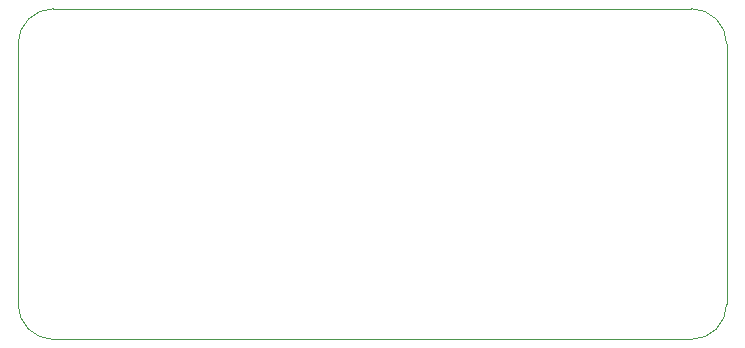
<source format=gbp>
G04 #@! TF.GenerationSoftware,KiCad,Pcbnew,5.1.5+dfsg1-2build2*
G04 #@! TF.CreationDate,2020-09-23T01:19:26+04:00*
G04 #@! TF.ProjectId,RailLink,5261696c-4c69-46e6-9b2e-6b696361645f,rev?*
G04 #@! TF.SameCoordinates,PX5f5e100PY7a12000*
G04 #@! TF.FileFunction,Paste,Bot*
G04 #@! TF.FilePolarity,Positive*
%FSLAX46Y46*%
G04 Gerber Fmt 4.6, Leading zero omitted, Abs format (unit mm)*
G04 Created by KiCad (PCBNEW 5.1.5+dfsg1-2build2) date 2020-09-23 01:19:26*
%MOMM*%
%LPD*%
G04 APERTURE LIST*
%ADD10C,0.050000*%
G04 APERTURE END LIST*
D10*
X3000000Y0D02*
G75*
G02X0Y3000000I0J3000000D01*
G01*
X0Y25000000D02*
G75*
G02X3000000Y28000000I3000000J0D01*
G01*
X57000000Y28000000D02*
G75*
G02X60000000Y25000000I0J-3000000D01*
G01*
X60000000Y3000000D02*
G75*
G02X57000000Y0I-3000000J0D01*
G01*
X57000000Y28000000D02*
X3000000Y28000000D01*
X60000000Y3000000D02*
X60000000Y25000000D01*
X3000000Y0D02*
X57000000Y0D01*
X0Y25000000D02*
X0Y3000000D01*
M02*

</source>
